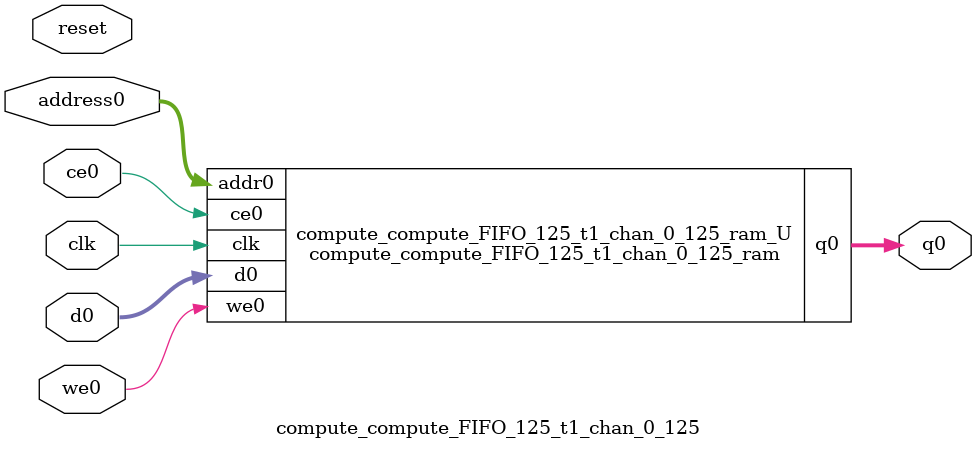
<source format=v>
`timescale 1 ns / 1 ps
module compute_compute_FIFO_125_t1_chan_0_125_ram (addr0, ce0, d0, we0, q0,  clk);

parameter DWIDTH = 32;
parameter AWIDTH = 7;
parameter MEM_SIZE = 125;

input[AWIDTH-1:0] addr0;
input ce0;
input[DWIDTH-1:0] d0;
input we0;
output reg[DWIDTH-1:0] q0;
input clk;

(* ram_style = "block" *)reg [DWIDTH-1:0] ram[0:MEM_SIZE-1];




always @(posedge clk)  
begin 
    if (ce0) begin
        if (we0) 
            ram[addr0] <= d0; 
        q0 <= ram[addr0];
    end
end


endmodule

`timescale 1 ns / 1 ps
module compute_compute_FIFO_125_t1_chan_0_125(
    reset,
    clk,
    address0,
    ce0,
    we0,
    d0,
    q0);

parameter DataWidth = 32'd32;
parameter AddressRange = 32'd125;
parameter AddressWidth = 32'd7;
input reset;
input clk;
input[AddressWidth - 1:0] address0;
input ce0;
input we0;
input[DataWidth - 1:0] d0;
output[DataWidth - 1:0] q0;



compute_compute_FIFO_125_t1_chan_0_125_ram compute_compute_FIFO_125_t1_chan_0_125_ram_U(
    .clk( clk ),
    .addr0( address0 ),
    .ce0( ce0 ),
    .we0( we0 ),
    .d0( d0 ),
    .q0( q0 ));

endmodule


</source>
